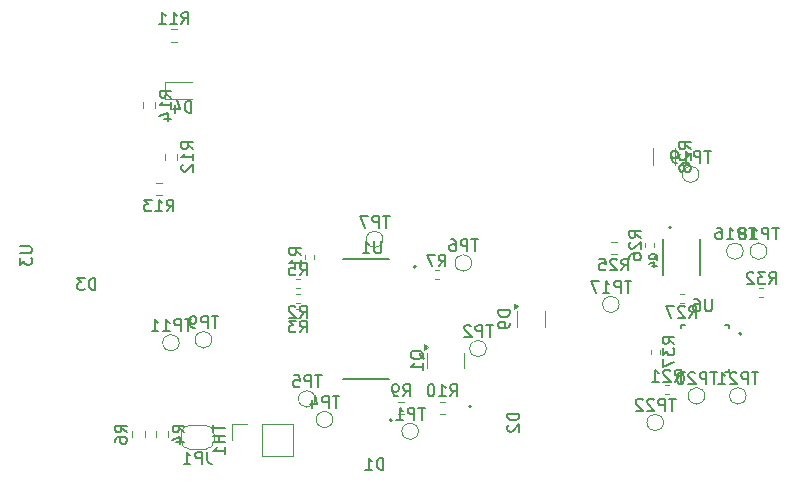
<source format=gbr>
%TF.GenerationSoftware,KiCad,Pcbnew,9.0.5*%
%TF.CreationDate,2025-10-24T12:46:41+03:00*%
%TF.ProjectId,40W SMPS,34305720-534d-4505-932e-6b696361645f,rev?*%
%TF.SameCoordinates,Original*%
%TF.FileFunction,Legend,Bot*%
%TF.FilePolarity,Positive*%
%FSLAX46Y46*%
G04 Gerber Fmt 4.6, Leading zero omitted, Abs format (unit mm)*
G04 Created by KiCad (PCBNEW 9.0.5) date 2025-10-24 12:46:41*
%MOMM*%
%LPD*%
G01*
G04 APERTURE LIST*
%ADD10C,0.150000*%
%ADD11C,0.120000*%
%ADD12C,0.127000*%
%ADD13C,0.200000*%
G04 APERTURE END LIST*
D10*
X173214579Y-72591095D02*
X174024102Y-72591095D01*
X174024102Y-72591095D02*
X174119340Y-72638714D01*
X174119340Y-72638714D02*
X174166960Y-72686333D01*
X174166960Y-72686333D02*
X174214579Y-72781571D01*
X174214579Y-72781571D02*
X174214579Y-72972047D01*
X174214579Y-72972047D02*
X174166960Y-73067285D01*
X174166960Y-73067285D02*
X174119340Y-73114904D01*
X174119340Y-73114904D02*
X174024102Y-73162523D01*
X174024102Y-73162523D02*
X173214579Y-73162523D01*
X173214579Y-73543476D02*
X173214579Y-74162523D01*
X173214579Y-74162523D02*
X173595531Y-73829190D01*
X173595531Y-73829190D02*
X173595531Y-73972047D01*
X173595531Y-73972047D02*
X173643150Y-74067285D01*
X173643150Y-74067285D02*
X173690769Y-74114904D01*
X173690769Y-74114904D02*
X173786007Y-74162523D01*
X173786007Y-74162523D02*
X174024102Y-74162523D01*
X174024102Y-74162523D02*
X174119340Y-74114904D01*
X174119340Y-74114904D02*
X174166960Y-74067285D01*
X174166960Y-74067285D02*
X174214579Y-73972047D01*
X174214579Y-73972047D02*
X174214579Y-73686333D01*
X174214579Y-73686333D02*
X174166960Y-73591095D01*
X174166960Y-73591095D02*
X174119340Y-73543476D01*
X179598094Y-76269819D02*
X179598094Y-75269819D01*
X179598094Y-75269819D02*
X179359999Y-75269819D01*
X179359999Y-75269819D02*
X179217142Y-75317438D01*
X179217142Y-75317438D02*
X179121904Y-75412676D01*
X179121904Y-75412676D02*
X179074285Y-75507914D01*
X179074285Y-75507914D02*
X179026666Y-75698390D01*
X179026666Y-75698390D02*
X179026666Y-75841247D01*
X179026666Y-75841247D02*
X179074285Y-76031723D01*
X179074285Y-76031723D02*
X179121904Y-76126961D01*
X179121904Y-76126961D02*
X179217142Y-76222200D01*
X179217142Y-76222200D02*
X179359999Y-76269819D01*
X179359999Y-76269819D02*
X179598094Y-76269819D01*
X178693332Y-75269819D02*
X178074285Y-75269819D01*
X178074285Y-75269819D02*
X178407618Y-75650771D01*
X178407618Y-75650771D02*
X178264761Y-75650771D01*
X178264761Y-75650771D02*
X178169523Y-75698390D01*
X178169523Y-75698390D02*
X178121904Y-75746009D01*
X178121904Y-75746009D02*
X178074285Y-75841247D01*
X178074285Y-75841247D02*
X178074285Y-76079342D01*
X178074285Y-76079342D02*
X178121904Y-76174580D01*
X178121904Y-76174580D02*
X178169523Y-76222200D01*
X178169523Y-76222200D02*
X178264761Y-76269819D01*
X178264761Y-76269819D02*
X178550475Y-76269819D01*
X178550475Y-76269819D02*
X178645713Y-76222200D01*
X178645713Y-76222200D02*
X178693332Y-76174580D01*
X189083333Y-90004819D02*
X189083333Y-90719104D01*
X189083333Y-90719104D02*
X189130952Y-90861961D01*
X189130952Y-90861961D02*
X189226190Y-90957200D01*
X189226190Y-90957200D02*
X189369047Y-91004819D01*
X189369047Y-91004819D02*
X189464285Y-91004819D01*
X188607142Y-91004819D02*
X188607142Y-90004819D01*
X188607142Y-90004819D02*
X188226190Y-90004819D01*
X188226190Y-90004819D02*
X188130952Y-90052438D01*
X188130952Y-90052438D02*
X188083333Y-90100057D01*
X188083333Y-90100057D02*
X188035714Y-90195295D01*
X188035714Y-90195295D02*
X188035714Y-90338152D01*
X188035714Y-90338152D02*
X188083333Y-90433390D01*
X188083333Y-90433390D02*
X188130952Y-90481009D01*
X188130952Y-90481009D02*
X188226190Y-90528628D01*
X188226190Y-90528628D02*
X188607142Y-90528628D01*
X187083333Y-91004819D02*
X187654761Y-91004819D01*
X187369047Y-91004819D02*
X187369047Y-90004819D01*
X187369047Y-90004819D02*
X187464285Y-90147676D01*
X187464285Y-90147676D02*
X187559523Y-90242914D01*
X187559523Y-90242914D02*
X187654761Y-90290533D01*
X237488094Y-71006819D02*
X236916666Y-71006819D01*
X237202380Y-72006819D02*
X237202380Y-71006819D01*
X236583332Y-72006819D02*
X236583332Y-71006819D01*
X236583332Y-71006819D02*
X236202380Y-71006819D01*
X236202380Y-71006819D02*
X236107142Y-71054438D01*
X236107142Y-71054438D02*
X236059523Y-71102057D01*
X236059523Y-71102057D02*
X236011904Y-71197295D01*
X236011904Y-71197295D02*
X236011904Y-71340152D01*
X236011904Y-71340152D02*
X236059523Y-71435390D01*
X236059523Y-71435390D02*
X236107142Y-71483009D01*
X236107142Y-71483009D02*
X236202380Y-71530628D01*
X236202380Y-71530628D02*
X236583332Y-71530628D01*
X235059523Y-72006819D02*
X235630951Y-72006819D01*
X235345237Y-72006819D02*
X235345237Y-71006819D01*
X235345237Y-71006819D02*
X235440475Y-71149676D01*
X235440475Y-71149676D02*
X235535713Y-71244914D01*
X235535713Y-71244914D02*
X235630951Y-71292533D01*
X234488094Y-71435390D02*
X234583332Y-71387771D01*
X234583332Y-71387771D02*
X234630951Y-71340152D01*
X234630951Y-71340152D02*
X234678570Y-71244914D01*
X234678570Y-71244914D02*
X234678570Y-71197295D01*
X234678570Y-71197295D02*
X234630951Y-71102057D01*
X234630951Y-71102057D02*
X234583332Y-71054438D01*
X234583332Y-71054438D02*
X234488094Y-71006819D01*
X234488094Y-71006819D02*
X234297618Y-71006819D01*
X234297618Y-71006819D02*
X234202380Y-71054438D01*
X234202380Y-71054438D02*
X234154761Y-71102057D01*
X234154761Y-71102057D02*
X234107142Y-71197295D01*
X234107142Y-71197295D02*
X234107142Y-71244914D01*
X234107142Y-71244914D02*
X234154761Y-71340152D01*
X234154761Y-71340152D02*
X234202380Y-71387771D01*
X234202380Y-71387771D02*
X234297618Y-71435390D01*
X234297618Y-71435390D02*
X234488094Y-71435390D01*
X234488094Y-71435390D02*
X234583332Y-71483009D01*
X234583332Y-71483009D02*
X234630951Y-71530628D01*
X234630951Y-71530628D02*
X234678570Y-71625866D01*
X234678570Y-71625866D02*
X234678570Y-71816342D01*
X234678570Y-71816342D02*
X234630951Y-71911580D01*
X234630951Y-71911580D02*
X234583332Y-71959200D01*
X234583332Y-71959200D02*
X234488094Y-72006819D01*
X234488094Y-72006819D02*
X234297618Y-72006819D01*
X234297618Y-72006819D02*
X234202380Y-71959200D01*
X234202380Y-71959200D02*
X234154761Y-71911580D01*
X234154761Y-71911580D02*
X234107142Y-71816342D01*
X234107142Y-71816342D02*
X234107142Y-71625866D01*
X234107142Y-71625866D02*
X234154761Y-71530628D01*
X234154761Y-71530628D02*
X234202380Y-71483009D01*
X234202380Y-71483009D02*
X234297618Y-71435390D01*
X232238094Y-83256819D02*
X231666666Y-83256819D01*
X231952380Y-84256819D02*
X231952380Y-83256819D01*
X231333332Y-84256819D02*
X231333332Y-83256819D01*
X231333332Y-83256819D02*
X230952380Y-83256819D01*
X230952380Y-83256819D02*
X230857142Y-83304438D01*
X230857142Y-83304438D02*
X230809523Y-83352057D01*
X230809523Y-83352057D02*
X230761904Y-83447295D01*
X230761904Y-83447295D02*
X230761904Y-83590152D01*
X230761904Y-83590152D02*
X230809523Y-83685390D01*
X230809523Y-83685390D02*
X230857142Y-83733009D01*
X230857142Y-83733009D02*
X230952380Y-83780628D01*
X230952380Y-83780628D02*
X231333332Y-83780628D01*
X230380951Y-83352057D02*
X230333332Y-83304438D01*
X230333332Y-83304438D02*
X230238094Y-83256819D01*
X230238094Y-83256819D02*
X229999999Y-83256819D01*
X229999999Y-83256819D02*
X229904761Y-83304438D01*
X229904761Y-83304438D02*
X229857142Y-83352057D01*
X229857142Y-83352057D02*
X229809523Y-83447295D01*
X229809523Y-83447295D02*
X229809523Y-83542533D01*
X229809523Y-83542533D02*
X229857142Y-83685390D01*
X229857142Y-83685390D02*
X230428570Y-84256819D01*
X230428570Y-84256819D02*
X229809523Y-84256819D01*
X229190475Y-83256819D02*
X229095237Y-83256819D01*
X229095237Y-83256819D02*
X228999999Y-83304438D01*
X228999999Y-83304438D02*
X228952380Y-83352057D01*
X228952380Y-83352057D02*
X228904761Y-83447295D01*
X228904761Y-83447295D02*
X228857142Y-83637771D01*
X228857142Y-83637771D02*
X228857142Y-83875866D01*
X228857142Y-83875866D02*
X228904761Y-84066342D01*
X228904761Y-84066342D02*
X228952380Y-84161580D01*
X228952380Y-84161580D02*
X228999999Y-84209200D01*
X228999999Y-84209200D02*
X229095237Y-84256819D01*
X229095237Y-84256819D02*
X229190475Y-84256819D01*
X229190475Y-84256819D02*
X229285713Y-84209200D01*
X229285713Y-84209200D02*
X229333332Y-84161580D01*
X229333332Y-84161580D02*
X229380951Y-84066342D01*
X229380951Y-84066342D02*
X229428570Y-83875866D01*
X229428570Y-83875866D02*
X229428570Y-83637771D01*
X229428570Y-83637771D02*
X229380951Y-83447295D01*
X229380951Y-83447295D02*
X229333332Y-83352057D01*
X229333332Y-83352057D02*
X229285713Y-83304438D01*
X229285713Y-83304438D02*
X229190475Y-83256819D01*
X186892857Y-53774819D02*
X187226190Y-53298628D01*
X187464285Y-53774819D02*
X187464285Y-52774819D01*
X187464285Y-52774819D02*
X187083333Y-52774819D01*
X187083333Y-52774819D02*
X186988095Y-52822438D01*
X186988095Y-52822438D02*
X186940476Y-52870057D01*
X186940476Y-52870057D02*
X186892857Y-52965295D01*
X186892857Y-52965295D02*
X186892857Y-53108152D01*
X186892857Y-53108152D02*
X186940476Y-53203390D01*
X186940476Y-53203390D02*
X186988095Y-53251009D01*
X186988095Y-53251009D02*
X187083333Y-53298628D01*
X187083333Y-53298628D02*
X187464285Y-53298628D01*
X185940476Y-53774819D02*
X186511904Y-53774819D01*
X186226190Y-53774819D02*
X186226190Y-52774819D01*
X186226190Y-52774819D02*
X186321428Y-52917676D01*
X186321428Y-52917676D02*
X186416666Y-53012914D01*
X186416666Y-53012914D02*
X186511904Y-53060533D01*
X184988095Y-53774819D02*
X185559523Y-53774819D01*
X185273809Y-53774819D02*
X185273809Y-52774819D01*
X185273809Y-52774819D02*
X185369047Y-52917676D01*
X185369047Y-52917676D02*
X185464285Y-53012914D01*
X185464285Y-53012914D02*
X185559523Y-53060533D01*
X228738094Y-85506819D02*
X228166666Y-85506819D01*
X228452380Y-86506819D02*
X228452380Y-85506819D01*
X227833332Y-86506819D02*
X227833332Y-85506819D01*
X227833332Y-85506819D02*
X227452380Y-85506819D01*
X227452380Y-85506819D02*
X227357142Y-85554438D01*
X227357142Y-85554438D02*
X227309523Y-85602057D01*
X227309523Y-85602057D02*
X227261904Y-85697295D01*
X227261904Y-85697295D02*
X227261904Y-85840152D01*
X227261904Y-85840152D02*
X227309523Y-85935390D01*
X227309523Y-85935390D02*
X227357142Y-85983009D01*
X227357142Y-85983009D02*
X227452380Y-86030628D01*
X227452380Y-86030628D02*
X227833332Y-86030628D01*
X226880951Y-85602057D02*
X226833332Y-85554438D01*
X226833332Y-85554438D02*
X226738094Y-85506819D01*
X226738094Y-85506819D02*
X226499999Y-85506819D01*
X226499999Y-85506819D02*
X226404761Y-85554438D01*
X226404761Y-85554438D02*
X226357142Y-85602057D01*
X226357142Y-85602057D02*
X226309523Y-85697295D01*
X226309523Y-85697295D02*
X226309523Y-85792533D01*
X226309523Y-85792533D02*
X226357142Y-85935390D01*
X226357142Y-85935390D02*
X226928570Y-86506819D01*
X226928570Y-86506819D02*
X226309523Y-86506819D01*
X225928570Y-85602057D02*
X225880951Y-85554438D01*
X225880951Y-85554438D02*
X225785713Y-85506819D01*
X225785713Y-85506819D02*
X225547618Y-85506819D01*
X225547618Y-85506819D02*
X225452380Y-85554438D01*
X225452380Y-85554438D02*
X225404761Y-85602057D01*
X225404761Y-85602057D02*
X225357142Y-85697295D01*
X225357142Y-85697295D02*
X225357142Y-85792533D01*
X225357142Y-85792533D02*
X225404761Y-85935390D01*
X225404761Y-85935390D02*
X225976189Y-86506819D01*
X225976189Y-86506819D02*
X225357142Y-86506819D01*
X225784819Y-71857142D02*
X225308628Y-71523809D01*
X225784819Y-71285714D02*
X224784819Y-71285714D01*
X224784819Y-71285714D02*
X224784819Y-71666666D01*
X224784819Y-71666666D02*
X224832438Y-71761904D01*
X224832438Y-71761904D02*
X224880057Y-71809523D01*
X224880057Y-71809523D02*
X224975295Y-71857142D01*
X224975295Y-71857142D02*
X225118152Y-71857142D01*
X225118152Y-71857142D02*
X225213390Y-71809523D01*
X225213390Y-71809523D02*
X225261009Y-71761904D01*
X225261009Y-71761904D02*
X225308628Y-71666666D01*
X225308628Y-71666666D02*
X225308628Y-71285714D01*
X224880057Y-72238095D02*
X224832438Y-72285714D01*
X224832438Y-72285714D02*
X224784819Y-72380952D01*
X224784819Y-72380952D02*
X224784819Y-72619047D01*
X224784819Y-72619047D02*
X224832438Y-72714285D01*
X224832438Y-72714285D02*
X224880057Y-72761904D01*
X224880057Y-72761904D02*
X224975295Y-72809523D01*
X224975295Y-72809523D02*
X225070533Y-72809523D01*
X225070533Y-72809523D02*
X225213390Y-72761904D01*
X225213390Y-72761904D02*
X225784819Y-72190476D01*
X225784819Y-72190476D02*
X225784819Y-72809523D01*
X224784819Y-73666666D02*
X224784819Y-73476190D01*
X224784819Y-73476190D02*
X224832438Y-73380952D01*
X224832438Y-73380952D02*
X224880057Y-73333333D01*
X224880057Y-73333333D02*
X225022914Y-73238095D01*
X225022914Y-73238095D02*
X225213390Y-73190476D01*
X225213390Y-73190476D02*
X225594342Y-73190476D01*
X225594342Y-73190476D02*
X225689580Y-73238095D01*
X225689580Y-73238095D02*
X225737200Y-73285714D01*
X225737200Y-73285714D02*
X225784819Y-73380952D01*
X225784819Y-73380952D02*
X225784819Y-73571428D01*
X225784819Y-73571428D02*
X225737200Y-73666666D01*
X225737200Y-73666666D02*
X225689580Y-73714285D01*
X225689580Y-73714285D02*
X225594342Y-73761904D01*
X225594342Y-73761904D02*
X225356247Y-73761904D01*
X225356247Y-73761904D02*
X225261009Y-73714285D01*
X225261009Y-73714285D02*
X225213390Y-73666666D01*
X225213390Y-73666666D02*
X225165771Y-73571428D01*
X225165771Y-73571428D02*
X225165771Y-73380952D01*
X225165771Y-73380952D02*
X225213390Y-73285714D01*
X225213390Y-73285714D02*
X225261009Y-73238095D01*
X225261009Y-73238095D02*
X225356247Y-73190476D01*
X187134819Y-88333333D02*
X186658628Y-88000000D01*
X187134819Y-87761905D02*
X186134819Y-87761905D01*
X186134819Y-87761905D02*
X186134819Y-88142857D01*
X186134819Y-88142857D02*
X186182438Y-88238095D01*
X186182438Y-88238095D02*
X186230057Y-88285714D01*
X186230057Y-88285714D02*
X186325295Y-88333333D01*
X186325295Y-88333333D02*
X186468152Y-88333333D01*
X186468152Y-88333333D02*
X186563390Y-88285714D01*
X186563390Y-88285714D02*
X186611009Y-88238095D01*
X186611009Y-88238095D02*
X186658628Y-88142857D01*
X186658628Y-88142857D02*
X186658628Y-87761905D01*
X186468152Y-89190476D02*
X187134819Y-89190476D01*
X186087200Y-88952381D02*
X186801485Y-88714286D01*
X186801485Y-88714286D02*
X186801485Y-89333333D01*
X227192828Y-73721047D02*
X227162352Y-73660095D01*
X227162352Y-73660095D02*
X227101400Y-73599142D01*
X227101400Y-73599142D02*
X227009971Y-73507714D01*
X227009971Y-73507714D02*
X226979495Y-73446761D01*
X226979495Y-73446761D02*
X226979495Y-73385809D01*
X227131876Y-73416285D02*
X227101400Y-73355333D01*
X227101400Y-73355333D02*
X227040447Y-73294380D01*
X227040447Y-73294380D02*
X226918542Y-73263904D01*
X226918542Y-73263904D02*
X226705209Y-73263904D01*
X226705209Y-73263904D02*
X226583304Y-73294380D01*
X226583304Y-73294380D02*
X226522352Y-73355333D01*
X226522352Y-73355333D02*
X226491876Y-73416285D01*
X226491876Y-73416285D02*
X226491876Y-73538190D01*
X226491876Y-73538190D02*
X226522352Y-73599142D01*
X226522352Y-73599142D02*
X226583304Y-73660095D01*
X226583304Y-73660095D02*
X226705209Y-73690571D01*
X226705209Y-73690571D02*
X226918542Y-73690571D01*
X226918542Y-73690571D02*
X227040447Y-73660095D01*
X227040447Y-73660095D02*
X227101400Y-73599142D01*
X227101400Y-73599142D02*
X227131876Y-73538190D01*
X227131876Y-73538190D02*
X227131876Y-73416285D01*
X226705209Y-74239142D02*
X227131876Y-74239142D01*
X226461400Y-74086761D02*
X226918542Y-73934380D01*
X226918542Y-73934380D02*
X226918542Y-74330571D01*
X185642857Y-69634819D02*
X185976190Y-69158628D01*
X186214285Y-69634819D02*
X186214285Y-68634819D01*
X186214285Y-68634819D02*
X185833333Y-68634819D01*
X185833333Y-68634819D02*
X185738095Y-68682438D01*
X185738095Y-68682438D02*
X185690476Y-68730057D01*
X185690476Y-68730057D02*
X185642857Y-68825295D01*
X185642857Y-68825295D02*
X185642857Y-68968152D01*
X185642857Y-68968152D02*
X185690476Y-69063390D01*
X185690476Y-69063390D02*
X185738095Y-69111009D01*
X185738095Y-69111009D02*
X185833333Y-69158628D01*
X185833333Y-69158628D02*
X186214285Y-69158628D01*
X184690476Y-69634819D02*
X185261904Y-69634819D01*
X184976190Y-69634819D02*
X184976190Y-68634819D01*
X184976190Y-68634819D02*
X185071428Y-68777676D01*
X185071428Y-68777676D02*
X185166666Y-68872914D01*
X185166666Y-68872914D02*
X185261904Y-68920533D01*
X184357142Y-68634819D02*
X183738095Y-68634819D01*
X183738095Y-68634819D02*
X184071428Y-69015771D01*
X184071428Y-69015771D02*
X183928571Y-69015771D01*
X183928571Y-69015771D02*
X183833333Y-69063390D01*
X183833333Y-69063390D02*
X183785714Y-69111009D01*
X183785714Y-69111009D02*
X183738095Y-69206247D01*
X183738095Y-69206247D02*
X183738095Y-69444342D01*
X183738095Y-69444342D02*
X183785714Y-69539580D01*
X183785714Y-69539580D02*
X183833333Y-69587200D01*
X183833333Y-69587200D02*
X183928571Y-69634819D01*
X183928571Y-69634819D02*
X184214285Y-69634819D01*
X184214285Y-69634819D02*
X184309523Y-69587200D01*
X184309523Y-69587200D02*
X184357142Y-69539580D01*
X230024819Y-64357142D02*
X229548628Y-64023809D01*
X230024819Y-63785714D02*
X229024819Y-63785714D01*
X229024819Y-63785714D02*
X229024819Y-64166666D01*
X229024819Y-64166666D02*
X229072438Y-64261904D01*
X229072438Y-64261904D02*
X229120057Y-64309523D01*
X229120057Y-64309523D02*
X229215295Y-64357142D01*
X229215295Y-64357142D02*
X229358152Y-64357142D01*
X229358152Y-64357142D02*
X229453390Y-64309523D01*
X229453390Y-64309523D02*
X229501009Y-64261904D01*
X229501009Y-64261904D02*
X229548628Y-64166666D01*
X229548628Y-64166666D02*
X229548628Y-63785714D01*
X229120057Y-64738095D02*
X229072438Y-64785714D01*
X229072438Y-64785714D02*
X229024819Y-64880952D01*
X229024819Y-64880952D02*
X229024819Y-65119047D01*
X229024819Y-65119047D02*
X229072438Y-65214285D01*
X229072438Y-65214285D02*
X229120057Y-65261904D01*
X229120057Y-65261904D02*
X229215295Y-65309523D01*
X229215295Y-65309523D02*
X229310533Y-65309523D01*
X229310533Y-65309523D02*
X229453390Y-65261904D01*
X229453390Y-65261904D02*
X230024819Y-64690476D01*
X230024819Y-64690476D02*
X230024819Y-65309523D01*
X229453390Y-65880952D02*
X229405771Y-65785714D01*
X229405771Y-65785714D02*
X229358152Y-65738095D01*
X229358152Y-65738095D02*
X229262914Y-65690476D01*
X229262914Y-65690476D02*
X229215295Y-65690476D01*
X229215295Y-65690476D02*
X229120057Y-65738095D01*
X229120057Y-65738095D02*
X229072438Y-65785714D01*
X229072438Y-65785714D02*
X229024819Y-65880952D01*
X229024819Y-65880952D02*
X229024819Y-66071428D01*
X229024819Y-66071428D02*
X229072438Y-66166666D01*
X229072438Y-66166666D02*
X229120057Y-66214285D01*
X229120057Y-66214285D02*
X229215295Y-66261904D01*
X229215295Y-66261904D02*
X229262914Y-66261904D01*
X229262914Y-66261904D02*
X229358152Y-66214285D01*
X229358152Y-66214285D02*
X229405771Y-66166666D01*
X229405771Y-66166666D02*
X229453390Y-66071428D01*
X229453390Y-66071428D02*
X229453390Y-65880952D01*
X229453390Y-65880952D02*
X229501009Y-65785714D01*
X229501009Y-65785714D02*
X229548628Y-65738095D01*
X229548628Y-65738095D02*
X229643866Y-65690476D01*
X229643866Y-65690476D02*
X229834342Y-65690476D01*
X229834342Y-65690476D02*
X229929580Y-65738095D01*
X229929580Y-65738095D02*
X229977200Y-65785714D01*
X229977200Y-65785714D02*
X230024819Y-65880952D01*
X230024819Y-65880952D02*
X230024819Y-66071428D01*
X230024819Y-66071428D02*
X229977200Y-66166666D01*
X229977200Y-66166666D02*
X229929580Y-66214285D01*
X229929580Y-66214285D02*
X229834342Y-66261904D01*
X229834342Y-66261904D02*
X229643866Y-66261904D01*
X229643866Y-66261904D02*
X229548628Y-66214285D01*
X229548628Y-66214285D02*
X229501009Y-66166666D01*
X229501009Y-66166666D02*
X229453390Y-66071428D01*
X215494819Y-86761905D02*
X214494819Y-86761905D01*
X214494819Y-86761905D02*
X214494819Y-87000000D01*
X214494819Y-87000000D02*
X214542438Y-87142857D01*
X214542438Y-87142857D02*
X214637676Y-87238095D01*
X214637676Y-87238095D02*
X214732914Y-87285714D01*
X214732914Y-87285714D02*
X214923390Y-87333333D01*
X214923390Y-87333333D02*
X215066247Y-87333333D01*
X215066247Y-87333333D02*
X215256723Y-87285714D01*
X215256723Y-87285714D02*
X215351961Y-87238095D01*
X215351961Y-87238095D02*
X215447200Y-87142857D01*
X215447200Y-87142857D02*
X215494819Y-87000000D01*
X215494819Y-87000000D02*
X215494819Y-86761905D01*
X214590057Y-87714286D02*
X214542438Y-87761905D01*
X214542438Y-87761905D02*
X214494819Y-87857143D01*
X214494819Y-87857143D02*
X214494819Y-88095238D01*
X214494819Y-88095238D02*
X214542438Y-88190476D01*
X214542438Y-88190476D02*
X214590057Y-88238095D01*
X214590057Y-88238095D02*
X214685295Y-88285714D01*
X214685295Y-88285714D02*
X214780533Y-88285714D01*
X214780533Y-88285714D02*
X214923390Y-88238095D01*
X214923390Y-88238095D02*
X215494819Y-87666667D01*
X215494819Y-87666667D02*
X215494819Y-88285714D01*
X204511904Y-70006819D02*
X203940476Y-70006819D01*
X204226190Y-71006819D02*
X204226190Y-70006819D01*
X203607142Y-71006819D02*
X203607142Y-70006819D01*
X203607142Y-70006819D02*
X203226190Y-70006819D01*
X203226190Y-70006819D02*
X203130952Y-70054438D01*
X203130952Y-70054438D02*
X203083333Y-70102057D01*
X203083333Y-70102057D02*
X203035714Y-70197295D01*
X203035714Y-70197295D02*
X203035714Y-70340152D01*
X203035714Y-70340152D02*
X203083333Y-70435390D01*
X203083333Y-70435390D02*
X203130952Y-70483009D01*
X203130952Y-70483009D02*
X203226190Y-70530628D01*
X203226190Y-70530628D02*
X203607142Y-70530628D01*
X202702380Y-70006819D02*
X202035714Y-70006819D01*
X202035714Y-70006819D02*
X202464285Y-71006819D01*
X200261904Y-85256819D02*
X199690476Y-85256819D01*
X199976190Y-86256819D02*
X199976190Y-85256819D01*
X199357142Y-86256819D02*
X199357142Y-85256819D01*
X199357142Y-85256819D02*
X198976190Y-85256819D01*
X198976190Y-85256819D02*
X198880952Y-85304438D01*
X198880952Y-85304438D02*
X198833333Y-85352057D01*
X198833333Y-85352057D02*
X198785714Y-85447295D01*
X198785714Y-85447295D02*
X198785714Y-85590152D01*
X198785714Y-85590152D02*
X198833333Y-85685390D01*
X198833333Y-85685390D02*
X198880952Y-85733009D01*
X198880952Y-85733009D02*
X198976190Y-85780628D01*
X198976190Y-85780628D02*
X199357142Y-85780628D01*
X197928571Y-85590152D02*
X197928571Y-86256819D01*
X198166666Y-85209200D02*
X198404761Y-85923485D01*
X198404761Y-85923485D02*
X197785714Y-85923485D01*
X190011904Y-78506819D02*
X189440476Y-78506819D01*
X189726190Y-79506819D02*
X189726190Y-78506819D01*
X189107142Y-79506819D02*
X189107142Y-78506819D01*
X189107142Y-78506819D02*
X188726190Y-78506819D01*
X188726190Y-78506819D02*
X188630952Y-78554438D01*
X188630952Y-78554438D02*
X188583333Y-78602057D01*
X188583333Y-78602057D02*
X188535714Y-78697295D01*
X188535714Y-78697295D02*
X188535714Y-78840152D01*
X188535714Y-78840152D02*
X188583333Y-78935390D01*
X188583333Y-78935390D02*
X188630952Y-78983009D01*
X188630952Y-78983009D02*
X188726190Y-79030628D01*
X188726190Y-79030628D02*
X189107142Y-79030628D01*
X188059523Y-79506819D02*
X187869047Y-79506819D01*
X187869047Y-79506819D02*
X187773809Y-79459200D01*
X187773809Y-79459200D02*
X187726190Y-79411580D01*
X187726190Y-79411580D02*
X187630952Y-79268723D01*
X187630952Y-79268723D02*
X187583333Y-79078247D01*
X187583333Y-79078247D02*
X187583333Y-78697295D01*
X187583333Y-78697295D02*
X187630952Y-78602057D01*
X187630952Y-78602057D02*
X187678571Y-78554438D01*
X187678571Y-78554438D02*
X187773809Y-78506819D01*
X187773809Y-78506819D02*
X187964285Y-78506819D01*
X187964285Y-78506819D02*
X188059523Y-78554438D01*
X188059523Y-78554438D02*
X188107142Y-78602057D01*
X188107142Y-78602057D02*
X188154761Y-78697295D01*
X188154761Y-78697295D02*
X188154761Y-78935390D01*
X188154761Y-78935390D02*
X188107142Y-79030628D01*
X188107142Y-79030628D02*
X188059523Y-79078247D01*
X188059523Y-79078247D02*
X187964285Y-79125866D01*
X187964285Y-79125866D02*
X187773809Y-79125866D01*
X187773809Y-79125866D02*
X187678571Y-79078247D01*
X187678571Y-79078247D02*
X187630952Y-79030628D01*
X187630952Y-79030628D02*
X187583333Y-78935390D01*
X231802904Y-77069819D02*
X231802904Y-77879342D01*
X231802904Y-77879342D02*
X231755285Y-77974580D01*
X231755285Y-77974580D02*
X231707666Y-78022200D01*
X231707666Y-78022200D02*
X231612428Y-78069819D01*
X231612428Y-78069819D02*
X231421952Y-78069819D01*
X231421952Y-78069819D02*
X231326714Y-78022200D01*
X231326714Y-78022200D02*
X231279095Y-77974580D01*
X231279095Y-77974580D02*
X231231476Y-77879342D01*
X231231476Y-77879342D02*
X231231476Y-77069819D01*
X230326714Y-77069819D02*
X230517190Y-77069819D01*
X230517190Y-77069819D02*
X230612428Y-77117438D01*
X230612428Y-77117438D02*
X230660047Y-77165057D01*
X230660047Y-77165057D02*
X230755285Y-77307914D01*
X230755285Y-77307914D02*
X230802904Y-77498390D01*
X230802904Y-77498390D02*
X230802904Y-77879342D01*
X230802904Y-77879342D02*
X230755285Y-77974580D01*
X230755285Y-77974580D02*
X230707666Y-78022200D01*
X230707666Y-78022200D02*
X230612428Y-78069819D01*
X230612428Y-78069819D02*
X230421952Y-78069819D01*
X230421952Y-78069819D02*
X230326714Y-78022200D01*
X230326714Y-78022200D02*
X230279095Y-77974580D01*
X230279095Y-77974580D02*
X230231476Y-77879342D01*
X230231476Y-77879342D02*
X230231476Y-77641247D01*
X230231476Y-77641247D02*
X230279095Y-77546009D01*
X230279095Y-77546009D02*
X230326714Y-77498390D01*
X230326714Y-77498390D02*
X230421952Y-77450771D01*
X230421952Y-77450771D02*
X230612428Y-77450771D01*
X230612428Y-77450771D02*
X230707666Y-77498390D01*
X230707666Y-77498390D02*
X230755285Y-77546009D01*
X230755285Y-77546009D02*
X230802904Y-77641247D01*
X228624819Y-80857142D02*
X228148628Y-80523809D01*
X228624819Y-80285714D02*
X227624819Y-80285714D01*
X227624819Y-80285714D02*
X227624819Y-80666666D01*
X227624819Y-80666666D02*
X227672438Y-80761904D01*
X227672438Y-80761904D02*
X227720057Y-80809523D01*
X227720057Y-80809523D02*
X227815295Y-80857142D01*
X227815295Y-80857142D02*
X227958152Y-80857142D01*
X227958152Y-80857142D02*
X228053390Y-80809523D01*
X228053390Y-80809523D02*
X228101009Y-80761904D01*
X228101009Y-80761904D02*
X228148628Y-80666666D01*
X228148628Y-80666666D02*
X228148628Y-80285714D01*
X227624819Y-81190476D02*
X227624819Y-81809523D01*
X227624819Y-81809523D02*
X228005771Y-81476190D01*
X228005771Y-81476190D02*
X228005771Y-81619047D01*
X228005771Y-81619047D02*
X228053390Y-81714285D01*
X228053390Y-81714285D02*
X228101009Y-81761904D01*
X228101009Y-81761904D02*
X228196247Y-81809523D01*
X228196247Y-81809523D02*
X228434342Y-81809523D01*
X228434342Y-81809523D02*
X228529580Y-81761904D01*
X228529580Y-81761904D02*
X228577200Y-81714285D01*
X228577200Y-81714285D02*
X228624819Y-81619047D01*
X228624819Y-81619047D02*
X228624819Y-81333333D01*
X228624819Y-81333333D02*
X228577200Y-81238095D01*
X228577200Y-81238095D02*
X228529580Y-81190476D01*
X227624819Y-82142857D02*
X227624819Y-82809523D01*
X227624819Y-82809523D02*
X228624819Y-82380952D01*
X187884819Y-64357142D02*
X187408628Y-64023809D01*
X187884819Y-63785714D02*
X186884819Y-63785714D01*
X186884819Y-63785714D02*
X186884819Y-64166666D01*
X186884819Y-64166666D02*
X186932438Y-64261904D01*
X186932438Y-64261904D02*
X186980057Y-64309523D01*
X186980057Y-64309523D02*
X187075295Y-64357142D01*
X187075295Y-64357142D02*
X187218152Y-64357142D01*
X187218152Y-64357142D02*
X187313390Y-64309523D01*
X187313390Y-64309523D02*
X187361009Y-64261904D01*
X187361009Y-64261904D02*
X187408628Y-64166666D01*
X187408628Y-64166666D02*
X187408628Y-63785714D01*
X187884819Y-65309523D02*
X187884819Y-64738095D01*
X187884819Y-65023809D02*
X186884819Y-65023809D01*
X186884819Y-65023809D02*
X187027676Y-64928571D01*
X187027676Y-64928571D02*
X187122914Y-64833333D01*
X187122914Y-64833333D02*
X187170533Y-64738095D01*
X186980057Y-65690476D02*
X186932438Y-65738095D01*
X186932438Y-65738095D02*
X186884819Y-65833333D01*
X186884819Y-65833333D02*
X186884819Y-66071428D01*
X186884819Y-66071428D02*
X186932438Y-66166666D01*
X186932438Y-66166666D02*
X186980057Y-66214285D01*
X186980057Y-66214285D02*
X187075295Y-66261904D01*
X187075295Y-66261904D02*
X187170533Y-66261904D01*
X187170533Y-66261904D02*
X187313390Y-66214285D01*
X187313390Y-66214285D02*
X187884819Y-65642857D01*
X187884819Y-65642857D02*
X187884819Y-66261904D01*
X196916666Y-78624819D02*
X197249999Y-78148628D01*
X197488094Y-78624819D02*
X197488094Y-77624819D01*
X197488094Y-77624819D02*
X197107142Y-77624819D01*
X197107142Y-77624819D02*
X197011904Y-77672438D01*
X197011904Y-77672438D02*
X196964285Y-77720057D01*
X196964285Y-77720057D02*
X196916666Y-77815295D01*
X196916666Y-77815295D02*
X196916666Y-77958152D01*
X196916666Y-77958152D02*
X196964285Y-78053390D01*
X196964285Y-78053390D02*
X197011904Y-78101009D01*
X197011904Y-78101009D02*
X197107142Y-78148628D01*
X197107142Y-78148628D02*
X197488094Y-78148628D01*
X196535713Y-77720057D02*
X196488094Y-77672438D01*
X196488094Y-77672438D02*
X196392856Y-77624819D01*
X196392856Y-77624819D02*
X196154761Y-77624819D01*
X196154761Y-77624819D02*
X196059523Y-77672438D01*
X196059523Y-77672438D02*
X196011904Y-77720057D01*
X196011904Y-77720057D02*
X195964285Y-77815295D01*
X195964285Y-77815295D02*
X195964285Y-77910533D01*
X195964285Y-77910533D02*
X196011904Y-78053390D01*
X196011904Y-78053390D02*
X196583332Y-78624819D01*
X196583332Y-78624819D02*
X195964285Y-78624819D01*
X224988094Y-75506819D02*
X224416666Y-75506819D01*
X224702380Y-76506819D02*
X224702380Y-75506819D01*
X224083332Y-76506819D02*
X224083332Y-75506819D01*
X224083332Y-75506819D02*
X223702380Y-75506819D01*
X223702380Y-75506819D02*
X223607142Y-75554438D01*
X223607142Y-75554438D02*
X223559523Y-75602057D01*
X223559523Y-75602057D02*
X223511904Y-75697295D01*
X223511904Y-75697295D02*
X223511904Y-75840152D01*
X223511904Y-75840152D02*
X223559523Y-75935390D01*
X223559523Y-75935390D02*
X223607142Y-75983009D01*
X223607142Y-75983009D02*
X223702380Y-76030628D01*
X223702380Y-76030628D02*
X224083332Y-76030628D01*
X222559523Y-76506819D02*
X223130951Y-76506819D01*
X222845237Y-76506819D02*
X222845237Y-75506819D01*
X222845237Y-75506819D02*
X222940475Y-75649676D01*
X222940475Y-75649676D02*
X223035713Y-75744914D01*
X223035713Y-75744914D02*
X223130951Y-75792533D01*
X222226189Y-75506819D02*
X221559523Y-75506819D01*
X221559523Y-75506819D02*
X221988094Y-76506819D01*
X203796904Y-72169819D02*
X203796904Y-72979342D01*
X203796904Y-72979342D02*
X203749285Y-73074580D01*
X203749285Y-73074580D02*
X203701666Y-73122200D01*
X203701666Y-73122200D02*
X203606428Y-73169819D01*
X203606428Y-73169819D02*
X203415952Y-73169819D01*
X203415952Y-73169819D02*
X203320714Y-73122200D01*
X203320714Y-73122200D02*
X203273095Y-73074580D01*
X203273095Y-73074580D02*
X203225476Y-72979342D01*
X203225476Y-72979342D02*
X203225476Y-72169819D01*
X202225476Y-73169819D02*
X202796904Y-73169819D01*
X202511190Y-73169819D02*
X202511190Y-72169819D01*
X202511190Y-72169819D02*
X202606428Y-72312676D01*
X202606428Y-72312676D02*
X202701666Y-72407914D01*
X202701666Y-72407914D02*
X202796904Y-72455533D01*
X197034819Y-73333333D02*
X196558628Y-73000000D01*
X197034819Y-72761905D02*
X196034819Y-72761905D01*
X196034819Y-72761905D02*
X196034819Y-73142857D01*
X196034819Y-73142857D02*
X196082438Y-73238095D01*
X196082438Y-73238095D02*
X196130057Y-73285714D01*
X196130057Y-73285714D02*
X196225295Y-73333333D01*
X196225295Y-73333333D02*
X196368152Y-73333333D01*
X196368152Y-73333333D02*
X196463390Y-73285714D01*
X196463390Y-73285714D02*
X196511009Y-73238095D01*
X196511009Y-73238095D02*
X196558628Y-73142857D01*
X196558628Y-73142857D02*
X196558628Y-72761905D01*
X197034819Y-74285714D02*
X197034819Y-73714286D01*
X197034819Y-74000000D02*
X196034819Y-74000000D01*
X196034819Y-74000000D02*
X196177676Y-73904762D01*
X196177676Y-73904762D02*
X196272914Y-73809524D01*
X196272914Y-73809524D02*
X196320533Y-73714286D01*
X203988094Y-91494819D02*
X203988094Y-90494819D01*
X203988094Y-90494819D02*
X203749999Y-90494819D01*
X203749999Y-90494819D02*
X203607142Y-90542438D01*
X203607142Y-90542438D02*
X203511904Y-90637676D01*
X203511904Y-90637676D02*
X203464285Y-90732914D01*
X203464285Y-90732914D02*
X203416666Y-90923390D01*
X203416666Y-90923390D02*
X203416666Y-91066247D01*
X203416666Y-91066247D02*
X203464285Y-91256723D01*
X203464285Y-91256723D02*
X203511904Y-91351961D01*
X203511904Y-91351961D02*
X203607142Y-91447200D01*
X203607142Y-91447200D02*
X203749999Y-91494819D01*
X203749999Y-91494819D02*
X203988094Y-91494819D01*
X202464285Y-91494819D02*
X203035713Y-91494819D01*
X202749999Y-91494819D02*
X202749999Y-90494819D01*
X202749999Y-90494819D02*
X202845237Y-90637676D01*
X202845237Y-90637676D02*
X202940475Y-90732914D01*
X202940475Y-90732914D02*
X203035713Y-90780533D01*
X224142857Y-74634819D02*
X224476190Y-74158628D01*
X224714285Y-74634819D02*
X224714285Y-73634819D01*
X224714285Y-73634819D02*
X224333333Y-73634819D01*
X224333333Y-73634819D02*
X224238095Y-73682438D01*
X224238095Y-73682438D02*
X224190476Y-73730057D01*
X224190476Y-73730057D02*
X224142857Y-73825295D01*
X224142857Y-73825295D02*
X224142857Y-73968152D01*
X224142857Y-73968152D02*
X224190476Y-74063390D01*
X224190476Y-74063390D02*
X224238095Y-74111009D01*
X224238095Y-74111009D02*
X224333333Y-74158628D01*
X224333333Y-74158628D02*
X224714285Y-74158628D01*
X223761904Y-73730057D02*
X223714285Y-73682438D01*
X223714285Y-73682438D02*
X223619047Y-73634819D01*
X223619047Y-73634819D02*
X223380952Y-73634819D01*
X223380952Y-73634819D02*
X223285714Y-73682438D01*
X223285714Y-73682438D02*
X223238095Y-73730057D01*
X223238095Y-73730057D02*
X223190476Y-73825295D01*
X223190476Y-73825295D02*
X223190476Y-73920533D01*
X223190476Y-73920533D02*
X223238095Y-74063390D01*
X223238095Y-74063390D02*
X223809523Y-74634819D01*
X223809523Y-74634819D02*
X223190476Y-74634819D01*
X222285714Y-73634819D02*
X222761904Y-73634819D01*
X222761904Y-73634819D02*
X222809523Y-74111009D01*
X222809523Y-74111009D02*
X222761904Y-74063390D01*
X222761904Y-74063390D02*
X222666666Y-74015771D01*
X222666666Y-74015771D02*
X222428571Y-74015771D01*
X222428571Y-74015771D02*
X222333333Y-74063390D01*
X222333333Y-74063390D02*
X222285714Y-74111009D01*
X222285714Y-74111009D02*
X222238095Y-74206247D01*
X222238095Y-74206247D02*
X222238095Y-74444342D01*
X222238095Y-74444342D02*
X222285714Y-74539580D01*
X222285714Y-74539580D02*
X222333333Y-74587200D01*
X222333333Y-74587200D02*
X222428571Y-74634819D01*
X222428571Y-74634819D02*
X222666666Y-74634819D01*
X222666666Y-74634819D02*
X222761904Y-74587200D01*
X222761904Y-74587200D02*
X222809523Y-74539580D01*
X196916666Y-79874819D02*
X197249999Y-79398628D01*
X197488094Y-79874819D02*
X197488094Y-78874819D01*
X197488094Y-78874819D02*
X197107142Y-78874819D01*
X197107142Y-78874819D02*
X197011904Y-78922438D01*
X197011904Y-78922438D02*
X196964285Y-78970057D01*
X196964285Y-78970057D02*
X196916666Y-79065295D01*
X196916666Y-79065295D02*
X196916666Y-79208152D01*
X196916666Y-79208152D02*
X196964285Y-79303390D01*
X196964285Y-79303390D02*
X197011904Y-79351009D01*
X197011904Y-79351009D02*
X197107142Y-79398628D01*
X197107142Y-79398628D02*
X197488094Y-79398628D01*
X196583332Y-78874819D02*
X195964285Y-78874819D01*
X195964285Y-78874819D02*
X196297618Y-79255771D01*
X196297618Y-79255771D02*
X196154761Y-79255771D01*
X196154761Y-79255771D02*
X196059523Y-79303390D01*
X196059523Y-79303390D02*
X196011904Y-79351009D01*
X196011904Y-79351009D02*
X195964285Y-79446247D01*
X195964285Y-79446247D02*
X195964285Y-79684342D01*
X195964285Y-79684342D02*
X196011904Y-79779580D01*
X196011904Y-79779580D02*
X196059523Y-79827200D01*
X196059523Y-79827200D02*
X196154761Y-79874819D01*
X196154761Y-79874819D02*
X196440475Y-79874819D01*
X196440475Y-79874819D02*
X196535713Y-79827200D01*
X196535713Y-79827200D02*
X196583332Y-79779580D01*
X187738094Y-61265819D02*
X187738094Y-60265819D01*
X187738094Y-60265819D02*
X187499999Y-60265819D01*
X187499999Y-60265819D02*
X187357142Y-60313438D01*
X187357142Y-60313438D02*
X187261904Y-60408676D01*
X187261904Y-60408676D02*
X187214285Y-60503914D01*
X187214285Y-60503914D02*
X187166666Y-60694390D01*
X187166666Y-60694390D02*
X187166666Y-60837247D01*
X187166666Y-60837247D02*
X187214285Y-61027723D01*
X187214285Y-61027723D02*
X187261904Y-61122961D01*
X187261904Y-61122961D02*
X187357142Y-61218200D01*
X187357142Y-61218200D02*
X187499999Y-61265819D01*
X187499999Y-61265819D02*
X187738094Y-61265819D01*
X186309523Y-60599152D02*
X186309523Y-61265819D01*
X186547618Y-60218200D02*
X186785713Y-60932485D01*
X186785713Y-60932485D02*
X186166666Y-60932485D01*
X235738094Y-83256819D02*
X235166666Y-83256819D01*
X235452380Y-84256819D02*
X235452380Y-83256819D01*
X234833332Y-84256819D02*
X234833332Y-83256819D01*
X234833332Y-83256819D02*
X234452380Y-83256819D01*
X234452380Y-83256819D02*
X234357142Y-83304438D01*
X234357142Y-83304438D02*
X234309523Y-83352057D01*
X234309523Y-83352057D02*
X234261904Y-83447295D01*
X234261904Y-83447295D02*
X234261904Y-83590152D01*
X234261904Y-83590152D02*
X234309523Y-83685390D01*
X234309523Y-83685390D02*
X234357142Y-83733009D01*
X234357142Y-83733009D02*
X234452380Y-83780628D01*
X234452380Y-83780628D02*
X234833332Y-83780628D01*
X233880951Y-83352057D02*
X233833332Y-83304438D01*
X233833332Y-83304438D02*
X233738094Y-83256819D01*
X233738094Y-83256819D02*
X233499999Y-83256819D01*
X233499999Y-83256819D02*
X233404761Y-83304438D01*
X233404761Y-83304438D02*
X233357142Y-83352057D01*
X233357142Y-83352057D02*
X233309523Y-83447295D01*
X233309523Y-83447295D02*
X233309523Y-83542533D01*
X233309523Y-83542533D02*
X233357142Y-83685390D01*
X233357142Y-83685390D02*
X233928570Y-84256819D01*
X233928570Y-84256819D02*
X233309523Y-84256819D01*
X232357142Y-84256819D02*
X232928570Y-84256819D01*
X232642856Y-84256819D02*
X232642856Y-83256819D01*
X232642856Y-83256819D02*
X232738094Y-83399676D01*
X232738094Y-83399676D02*
X232833332Y-83494914D01*
X232833332Y-83494914D02*
X232928570Y-83542533D01*
X231738094Y-64506819D02*
X231166666Y-64506819D01*
X231452380Y-65506819D02*
X231452380Y-64506819D01*
X230833332Y-65506819D02*
X230833332Y-64506819D01*
X230833332Y-64506819D02*
X230452380Y-64506819D01*
X230452380Y-64506819D02*
X230357142Y-64554438D01*
X230357142Y-64554438D02*
X230309523Y-64602057D01*
X230309523Y-64602057D02*
X230261904Y-64697295D01*
X230261904Y-64697295D02*
X230261904Y-64840152D01*
X230261904Y-64840152D02*
X230309523Y-64935390D01*
X230309523Y-64935390D02*
X230357142Y-64983009D01*
X230357142Y-64983009D02*
X230452380Y-65030628D01*
X230452380Y-65030628D02*
X230833332Y-65030628D01*
X229309523Y-65506819D02*
X229880951Y-65506819D01*
X229595237Y-65506819D02*
X229595237Y-64506819D01*
X229595237Y-64506819D02*
X229690475Y-64649676D01*
X229690475Y-64649676D02*
X229785713Y-64744914D01*
X229785713Y-64744914D02*
X229880951Y-64792533D01*
X228833332Y-65506819D02*
X228642856Y-65506819D01*
X228642856Y-65506819D02*
X228547618Y-65459200D01*
X228547618Y-65459200D02*
X228499999Y-65411580D01*
X228499999Y-65411580D02*
X228404761Y-65268723D01*
X228404761Y-65268723D02*
X228357142Y-65078247D01*
X228357142Y-65078247D02*
X228357142Y-64697295D01*
X228357142Y-64697295D02*
X228404761Y-64602057D01*
X228404761Y-64602057D02*
X228452380Y-64554438D01*
X228452380Y-64554438D02*
X228547618Y-64506819D01*
X228547618Y-64506819D02*
X228738094Y-64506819D01*
X228738094Y-64506819D02*
X228833332Y-64554438D01*
X228833332Y-64554438D02*
X228880951Y-64602057D01*
X228880951Y-64602057D02*
X228928570Y-64697295D01*
X228928570Y-64697295D02*
X228928570Y-64935390D01*
X228928570Y-64935390D02*
X228880951Y-65030628D01*
X228880951Y-65030628D02*
X228833332Y-65078247D01*
X228833332Y-65078247D02*
X228738094Y-65125866D01*
X228738094Y-65125866D02*
X228547618Y-65125866D01*
X228547618Y-65125866D02*
X228452380Y-65078247D01*
X228452380Y-65078247D02*
X228404761Y-65030628D01*
X228404761Y-65030628D02*
X228357142Y-64935390D01*
X236642857Y-75784819D02*
X236976190Y-75308628D01*
X237214285Y-75784819D02*
X237214285Y-74784819D01*
X237214285Y-74784819D02*
X236833333Y-74784819D01*
X236833333Y-74784819D02*
X236738095Y-74832438D01*
X236738095Y-74832438D02*
X236690476Y-74880057D01*
X236690476Y-74880057D02*
X236642857Y-74975295D01*
X236642857Y-74975295D02*
X236642857Y-75118152D01*
X236642857Y-75118152D02*
X236690476Y-75213390D01*
X236690476Y-75213390D02*
X236738095Y-75261009D01*
X236738095Y-75261009D02*
X236833333Y-75308628D01*
X236833333Y-75308628D02*
X237214285Y-75308628D01*
X236309523Y-74784819D02*
X235690476Y-74784819D01*
X235690476Y-74784819D02*
X236023809Y-75165771D01*
X236023809Y-75165771D02*
X235880952Y-75165771D01*
X235880952Y-75165771D02*
X235785714Y-75213390D01*
X235785714Y-75213390D02*
X235738095Y-75261009D01*
X235738095Y-75261009D02*
X235690476Y-75356247D01*
X235690476Y-75356247D02*
X235690476Y-75594342D01*
X235690476Y-75594342D02*
X235738095Y-75689580D01*
X235738095Y-75689580D02*
X235785714Y-75737200D01*
X235785714Y-75737200D02*
X235880952Y-75784819D01*
X235880952Y-75784819D02*
X236166666Y-75784819D01*
X236166666Y-75784819D02*
X236261904Y-75737200D01*
X236261904Y-75737200D02*
X236309523Y-75689580D01*
X235309523Y-74880057D02*
X235261904Y-74832438D01*
X235261904Y-74832438D02*
X235166666Y-74784819D01*
X235166666Y-74784819D02*
X234928571Y-74784819D01*
X234928571Y-74784819D02*
X234833333Y-74832438D01*
X234833333Y-74832438D02*
X234785714Y-74880057D01*
X234785714Y-74880057D02*
X234738095Y-74975295D01*
X234738095Y-74975295D02*
X234738095Y-75070533D01*
X234738095Y-75070533D02*
X234785714Y-75213390D01*
X234785714Y-75213390D02*
X235357142Y-75784819D01*
X235357142Y-75784819D02*
X234738095Y-75784819D01*
X228642857Y-84034819D02*
X228976190Y-83558628D01*
X229214285Y-84034819D02*
X229214285Y-83034819D01*
X229214285Y-83034819D02*
X228833333Y-83034819D01*
X228833333Y-83034819D02*
X228738095Y-83082438D01*
X228738095Y-83082438D02*
X228690476Y-83130057D01*
X228690476Y-83130057D02*
X228642857Y-83225295D01*
X228642857Y-83225295D02*
X228642857Y-83368152D01*
X228642857Y-83368152D02*
X228690476Y-83463390D01*
X228690476Y-83463390D02*
X228738095Y-83511009D01*
X228738095Y-83511009D02*
X228833333Y-83558628D01*
X228833333Y-83558628D02*
X229214285Y-83558628D01*
X228261904Y-83130057D02*
X228214285Y-83082438D01*
X228214285Y-83082438D02*
X228119047Y-83034819D01*
X228119047Y-83034819D02*
X227880952Y-83034819D01*
X227880952Y-83034819D02*
X227785714Y-83082438D01*
X227785714Y-83082438D02*
X227738095Y-83130057D01*
X227738095Y-83130057D02*
X227690476Y-83225295D01*
X227690476Y-83225295D02*
X227690476Y-83320533D01*
X227690476Y-83320533D02*
X227738095Y-83463390D01*
X227738095Y-83463390D02*
X228309523Y-84034819D01*
X228309523Y-84034819D02*
X227690476Y-84034819D01*
X226738095Y-84034819D02*
X227309523Y-84034819D01*
X227023809Y-84034819D02*
X227023809Y-83034819D01*
X227023809Y-83034819D02*
X227119047Y-83177676D01*
X227119047Y-83177676D02*
X227214285Y-83272914D01*
X227214285Y-83272914D02*
X227309523Y-83320533D01*
X229892857Y-78624819D02*
X230226190Y-78148628D01*
X230464285Y-78624819D02*
X230464285Y-77624819D01*
X230464285Y-77624819D02*
X230083333Y-77624819D01*
X230083333Y-77624819D02*
X229988095Y-77672438D01*
X229988095Y-77672438D02*
X229940476Y-77720057D01*
X229940476Y-77720057D02*
X229892857Y-77815295D01*
X229892857Y-77815295D02*
X229892857Y-77958152D01*
X229892857Y-77958152D02*
X229940476Y-78053390D01*
X229940476Y-78053390D02*
X229988095Y-78101009D01*
X229988095Y-78101009D02*
X230083333Y-78148628D01*
X230083333Y-78148628D02*
X230464285Y-78148628D01*
X229511904Y-77720057D02*
X229464285Y-77672438D01*
X229464285Y-77672438D02*
X229369047Y-77624819D01*
X229369047Y-77624819D02*
X229130952Y-77624819D01*
X229130952Y-77624819D02*
X229035714Y-77672438D01*
X229035714Y-77672438D02*
X228988095Y-77720057D01*
X228988095Y-77720057D02*
X228940476Y-77815295D01*
X228940476Y-77815295D02*
X228940476Y-77910533D01*
X228940476Y-77910533D02*
X228988095Y-78053390D01*
X228988095Y-78053390D02*
X229559523Y-78624819D01*
X229559523Y-78624819D02*
X228940476Y-78624819D01*
X228607142Y-77624819D02*
X227940476Y-77624819D01*
X227940476Y-77624819D02*
X228369047Y-78624819D01*
X235488094Y-71006819D02*
X234916666Y-71006819D01*
X235202380Y-72006819D02*
X235202380Y-71006819D01*
X234583332Y-72006819D02*
X234583332Y-71006819D01*
X234583332Y-71006819D02*
X234202380Y-71006819D01*
X234202380Y-71006819D02*
X234107142Y-71054438D01*
X234107142Y-71054438D02*
X234059523Y-71102057D01*
X234059523Y-71102057D02*
X234011904Y-71197295D01*
X234011904Y-71197295D02*
X234011904Y-71340152D01*
X234011904Y-71340152D02*
X234059523Y-71435390D01*
X234059523Y-71435390D02*
X234107142Y-71483009D01*
X234107142Y-71483009D02*
X234202380Y-71530628D01*
X234202380Y-71530628D02*
X234583332Y-71530628D01*
X233059523Y-72006819D02*
X233630951Y-72006819D01*
X233345237Y-72006819D02*
X233345237Y-71006819D01*
X233345237Y-71006819D02*
X233440475Y-71149676D01*
X233440475Y-71149676D02*
X233535713Y-71244914D01*
X233535713Y-71244914D02*
X233630951Y-71292533D01*
X232202380Y-71006819D02*
X232392856Y-71006819D01*
X232392856Y-71006819D02*
X232488094Y-71054438D01*
X232488094Y-71054438D02*
X232535713Y-71102057D01*
X232535713Y-71102057D02*
X232630951Y-71244914D01*
X232630951Y-71244914D02*
X232678570Y-71435390D01*
X232678570Y-71435390D02*
X232678570Y-71816342D01*
X232678570Y-71816342D02*
X232630951Y-71911580D01*
X232630951Y-71911580D02*
X232583332Y-71959200D01*
X232583332Y-71959200D02*
X232488094Y-72006819D01*
X232488094Y-72006819D02*
X232297618Y-72006819D01*
X232297618Y-72006819D02*
X232202380Y-71959200D01*
X232202380Y-71959200D02*
X232154761Y-71911580D01*
X232154761Y-71911580D02*
X232107142Y-71816342D01*
X232107142Y-71816342D02*
X232107142Y-71578247D01*
X232107142Y-71578247D02*
X232154761Y-71483009D01*
X232154761Y-71483009D02*
X232202380Y-71435390D01*
X232202380Y-71435390D02*
X232297618Y-71387771D01*
X232297618Y-71387771D02*
X232488094Y-71387771D01*
X232488094Y-71387771D02*
X232583332Y-71435390D01*
X232583332Y-71435390D02*
X232630951Y-71483009D01*
X232630951Y-71483009D02*
X232678570Y-71578247D01*
X205666666Y-85274819D02*
X205999999Y-84798628D01*
X206238094Y-85274819D02*
X206238094Y-84274819D01*
X206238094Y-84274819D02*
X205857142Y-84274819D01*
X205857142Y-84274819D02*
X205761904Y-84322438D01*
X205761904Y-84322438D02*
X205714285Y-84370057D01*
X205714285Y-84370057D02*
X205666666Y-84465295D01*
X205666666Y-84465295D02*
X205666666Y-84608152D01*
X205666666Y-84608152D02*
X205714285Y-84703390D01*
X205714285Y-84703390D02*
X205761904Y-84751009D01*
X205761904Y-84751009D02*
X205857142Y-84798628D01*
X205857142Y-84798628D02*
X206238094Y-84798628D01*
X205190475Y-85274819D02*
X204999999Y-85274819D01*
X204999999Y-85274819D02*
X204904761Y-85227200D01*
X204904761Y-85227200D02*
X204857142Y-85179580D01*
X204857142Y-85179580D02*
X204761904Y-85036723D01*
X204761904Y-85036723D02*
X204714285Y-84846247D01*
X204714285Y-84846247D02*
X204714285Y-84465295D01*
X204714285Y-84465295D02*
X204761904Y-84370057D01*
X204761904Y-84370057D02*
X204809523Y-84322438D01*
X204809523Y-84322438D02*
X204904761Y-84274819D01*
X204904761Y-84274819D02*
X205095237Y-84274819D01*
X205095237Y-84274819D02*
X205190475Y-84322438D01*
X205190475Y-84322438D02*
X205238094Y-84370057D01*
X205238094Y-84370057D02*
X205285713Y-84465295D01*
X205285713Y-84465295D02*
X205285713Y-84703390D01*
X205285713Y-84703390D02*
X205238094Y-84798628D01*
X205238094Y-84798628D02*
X205190475Y-84846247D01*
X205190475Y-84846247D02*
X205095237Y-84893866D01*
X205095237Y-84893866D02*
X204904761Y-84893866D01*
X204904761Y-84893866D02*
X204809523Y-84846247D01*
X204809523Y-84846247D02*
X204761904Y-84798628D01*
X204761904Y-84798628D02*
X204714285Y-84703390D01*
X208666666Y-74284819D02*
X208999999Y-73808628D01*
X209238094Y-74284819D02*
X209238094Y-73284819D01*
X209238094Y-73284819D02*
X208857142Y-73284819D01*
X208857142Y-73284819D02*
X208761904Y-73332438D01*
X208761904Y-73332438D02*
X208714285Y-73380057D01*
X208714285Y-73380057D02*
X208666666Y-73475295D01*
X208666666Y-73475295D02*
X208666666Y-73618152D01*
X208666666Y-73618152D02*
X208714285Y-73713390D01*
X208714285Y-73713390D02*
X208761904Y-73761009D01*
X208761904Y-73761009D02*
X208857142Y-73808628D01*
X208857142Y-73808628D02*
X209238094Y-73808628D01*
X208333332Y-73284819D02*
X207666666Y-73284819D01*
X207666666Y-73284819D02*
X208095237Y-74284819D01*
X213261904Y-79256819D02*
X212690476Y-79256819D01*
X212976190Y-80256819D02*
X212976190Y-79256819D01*
X212357142Y-80256819D02*
X212357142Y-79256819D01*
X212357142Y-79256819D02*
X211976190Y-79256819D01*
X211976190Y-79256819D02*
X211880952Y-79304438D01*
X211880952Y-79304438D02*
X211833333Y-79352057D01*
X211833333Y-79352057D02*
X211785714Y-79447295D01*
X211785714Y-79447295D02*
X211785714Y-79590152D01*
X211785714Y-79590152D02*
X211833333Y-79685390D01*
X211833333Y-79685390D02*
X211880952Y-79733009D01*
X211880952Y-79733009D02*
X211976190Y-79780628D01*
X211976190Y-79780628D02*
X212357142Y-79780628D01*
X211404761Y-79352057D02*
X211357142Y-79304438D01*
X211357142Y-79304438D02*
X211261904Y-79256819D01*
X211261904Y-79256819D02*
X211023809Y-79256819D01*
X211023809Y-79256819D02*
X210928571Y-79304438D01*
X210928571Y-79304438D02*
X210880952Y-79352057D01*
X210880952Y-79352057D02*
X210833333Y-79447295D01*
X210833333Y-79447295D02*
X210833333Y-79542533D01*
X210833333Y-79542533D02*
X210880952Y-79685390D01*
X210880952Y-79685390D02*
X211452380Y-80256819D01*
X211452380Y-80256819D02*
X210833333Y-80256819D01*
X198761904Y-83506819D02*
X198190476Y-83506819D01*
X198476190Y-84506819D02*
X198476190Y-83506819D01*
X197857142Y-84506819D02*
X197857142Y-83506819D01*
X197857142Y-83506819D02*
X197476190Y-83506819D01*
X197476190Y-83506819D02*
X197380952Y-83554438D01*
X197380952Y-83554438D02*
X197333333Y-83602057D01*
X197333333Y-83602057D02*
X197285714Y-83697295D01*
X197285714Y-83697295D02*
X197285714Y-83840152D01*
X197285714Y-83840152D02*
X197333333Y-83935390D01*
X197333333Y-83935390D02*
X197380952Y-83983009D01*
X197380952Y-83983009D02*
X197476190Y-84030628D01*
X197476190Y-84030628D02*
X197857142Y-84030628D01*
X196380952Y-83506819D02*
X196857142Y-83506819D01*
X196857142Y-83506819D02*
X196904761Y-83983009D01*
X196904761Y-83983009D02*
X196857142Y-83935390D01*
X196857142Y-83935390D02*
X196761904Y-83887771D01*
X196761904Y-83887771D02*
X196523809Y-83887771D01*
X196523809Y-83887771D02*
X196428571Y-83935390D01*
X196428571Y-83935390D02*
X196380952Y-83983009D01*
X196380952Y-83983009D02*
X196333333Y-84078247D01*
X196333333Y-84078247D02*
X196333333Y-84316342D01*
X196333333Y-84316342D02*
X196380952Y-84411580D01*
X196380952Y-84411580D02*
X196428571Y-84459200D01*
X196428571Y-84459200D02*
X196523809Y-84506819D01*
X196523809Y-84506819D02*
X196761904Y-84506819D01*
X196761904Y-84506819D02*
X196857142Y-84459200D01*
X196857142Y-84459200D02*
X196904761Y-84411580D01*
X212011904Y-72006819D02*
X211440476Y-72006819D01*
X211726190Y-73006819D02*
X211726190Y-72006819D01*
X211107142Y-73006819D02*
X211107142Y-72006819D01*
X211107142Y-72006819D02*
X210726190Y-72006819D01*
X210726190Y-72006819D02*
X210630952Y-72054438D01*
X210630952Y-72054438D02*
X210583333Y-72102057D01*
X210583333Y-72102057D02*
X210535714Y-72197295D01*
X210535714Y-72197295D02*
X210535714Y-72340152D01*
X210535714Y-72340152D02*
X210583333Y-72435390D01*
X210583333Y-72435390D02*
X210630952Y-72483009D01*
X210630952Y-72483009D02*
X210726190Y-72530628D01*
X210726190Y-72530628D02*
X211107142Y-72530628D01*
X209678571Y-72006819D02*
X209869047Y-72006819D01*
X209869047Y-72006819D02*
X209964285Y-72054438D01*
X209964285Y-72054438D02*
X210011904Y-72102057D01*
X210011904Y-72102057D02*
X210107142Y-72244914D01*
X210107142Y-72244914D02*
X210154761Y-72435390D01*
X210154761Y-72435390D02*
X210154761Y-72816342D01*
X210154761Y-72816342D02*
X210107142Y-72911580D01*
X210107142Y-72911580D02*
X210059523Y-72959200D01*
X210059523Y-72959200D02*
X209964285Y-73006819D01*
X209964285Y-73006819D02*
X209773809Y-73006819D01*
X209773809Y-73006819D02*
X209678571Y-72959200D01*
X209678571Y-72959200D02*
X209630952Y-72911580D01*
X209630952Y-72911580D02*
X209583333Y-72816342D01*
X209583333Y-72816342D02*
X209583333Y-72578247D01*
X209583333Y-72578247D02*
X209630952Y-72483009D01*
X209630952Y-72483009D02*
X209678571Y-72435390D01*
X209678571Y-72435390D02*
X209773809Y-72387771D01*
X209773809Y-72387771D02*
X209964285Y-72387771D01*
X209964285Y-72387771D02*
X210059523Y-72435390D01*
X210059523Y-72435390D02*
X210107142Y-72483009D01*
X210107142Y-72483009D02*
X210154761Y-72578247D01*
X196916666Y-75034819D02*
X197249999Y-74558628D01*
X197488094Y-75034819D02*
X197488094Y-74034819D01*
X197488094Y-74034819D02*
X197107142Y-74034819D01*
X197107142Y-74034819D02*
X197011904Y-74082438D01*
X197011904Y-74082438D02*
X196964285Y-74130057D01*
X196964285Y-74130057D02*
X196916666Y-74225295D01*
X196916666Y-74225295D02*
X196916666Y-74368152D01*
X196916666Y-74368152D02*
X196964285Y-74463390D01*
X196964285Y-74463390D02*
X197011904Y-74511009D01*
X197011904Y-74511009D02*
X197107142Y-74558628D01*
X197107142Y-74558628D02*
X197488094Y-74558628D01*
X196011904Y-74034819D02*
X196488094Y-74034819D01*
X196488094Y-74034819D02*
X196535713Y-74511009D01*
X196535713Y-74511009D02*
X196488094Y-74463390D01*
X196488094Y-74463390D02*
X196392856Y-74415771D01*
X196392856Y-74415771D02*
X196154761Y-74415771D01*
X196154761Y-74415771D02*
X196059523Y-74463390D01*
X196059523Y-74463390D02*
X196011904Y-74511009D01*
X196011904Y-74511009D02*
X195964285Y-74606247D01*
X195964285Y-74606247D02*
X195964285Y-74844342D01*
X195964285Y-74844342D02*
X196011904Y-74939580D01*
X196011904Y-74939580D02*
X196059523Y-74987200D01*
X196059523Y-74987200D02*
X196154761Y-75034819D01*
X196154761Y-75034819D02*
X196392856Y-75034819D01*
X196392856Y-75034819D02*
X196488094Y-74987200D01*
X196488094Y-74987200D02*
X196535713Y-74939580D01*
X182274819Y-88333333D02*
X181798628Y-88000000D01*
X182274819Y-87761905D02*
X181274819Y-87761905D01*
X181274819Y-87761905D02*
X181274819Y-88142857D01*
X181274819Y-88142857D02*
X181322438Y-88238095D01*
X181322438Y-88238095D02*
X181370057Y-88285714D01*
X181370057Y-88285714D02*
X181465295Y-88333333D01*
X181465295Y-88333333D02*
X181608152Y-88333333D01*
X181608152Y-88333333D02*
X181703390Y-88285714D01*
X181703390Y-88285714D02*
X181751009Y-88238095D01*
X181751009Y-88238095D02*
X181798628Y-88142857D01*
X181798628Y-88142857D02*
X181798628Y-87761905D01*
X181274819Y-89190476D02*
X181274819Y-89000000D01*
X181274819Y-89000000D02*
X181322438Y-88904762D01*
X181322438Y-88904762D02*
X181370057Y-88857143D01*
X181370057Y-88857143D02*
X181512914Y-88761905D01*
X181512914Y-88761905D02*
X181703390Y-88714286D01*
X181703390Y-88714286D02*
X182084342Y-88714286D01*
X182084342Y-88714286D02*
X182179580Y-88761905D01*
X182179580Y-88761905D02*
X182227200Y-88809524D01*
X182227200Y-88809524D02*
X182274819Y-88904762D01*
X182274819Y-88904762D02*
X182274819Y-89095238D01*
X182274819Y-89095238D02*
X182227200Y-89190476D01*
X182227200Y-89190476D02*
X182179580Y-89238095D01*
X182179580Y-89238095D02*
X182084342Y-89285714D01*
X182084342Y-89285714D02*
X181846247Y-89285714D01*
X181846247Y-89285714D02*
X181751009Y-89238095D01*
X181751009Y-89238095D02*
X181703390Y-89190476D01*
X181703390Y-89190476D02*
X181655771Y-89095238D01*
X181655771Y-89095238D02*
X181655771Y-88904762D01*
X181655771Y-88904762D02*
X181703390Y-88809524D01*
X181703390Y-88809524D02*
X181751009Y-88761905D01*
X181751009Y-88761905D02*
X181846247Y-88714286D01*
X209642857Y-85274819D02*
X209976190Y-84798628D01*
X210214285Y-85274819D02*
X210214285Y-84274819D01*
X210214285Y-84274819D02*
X209833333Y-84274819D01*
X209833333Y-84274819D02*
X209738095Y-84322438D01*
X209738095Y-84322438D02*
X209690476Y-84370057D01*
X209690476Y-84370057D02*
X209642857Y-84465295D01*
X209642857Y-84465295D02*
X209642857Y-84608152D01*
X209642857Y-84608152D02*
X209690476Y-84703390D01*
X209690476Y-84703390D02*
X209738095Y-84751009D01*
X209738095Y-84751009D02*
X209833333Y-84798628D01*
X209833333Y-84798628D02*
X210214285Y-84798628D01*
X208690476Y-85274819D02*
X209261904Y-85274819D01*
X208976190Y-85274819D02*
X208976190Y-84274819D01*
X208976190Y-84274819D02*
X209071428Y-84417676D01*
X209071428Y-84417676D02*
X209166666Y-84512914D01*
X209166666Y-84512914D02*
X209261904Y-84560533D01*
X208071428Y-84274819D02*
X207976190Y-84274819D01*
X207976190Y-84274819D02*
X207880952Y-84322438D01*
X207880952Y-84322438D02*
X207833333Y-84370057D01*
X207833333Y-84370057D02*
X207785714Y-84465295D01*
X207785714Y-84465295D02*
X207738095Y-84655771D01*
X207738095Y-84655771D02*
X207738095Y-84893866D01*
X207738095Y-84893866D02*
X207785714Y-85084342D01*
X207785714Y-85084342D02*
X207833333Y-85179580D01*
X207833333Y-85179580D02*
X207880952Y-85227200D01*
X207880952Y-85227200D02*
X207976190Y-85274819D01*
X207976190Y-85274819D02*
X208071428Y-85274819D01*
X208071428Y-85274819D02*
X208166666Y-85227200D01*
X208166666Y-85227200D02*
X208214285Y-85179580D01*
X208214285Y-85179580D02*
X208261904Y-85084342D01*
X208261904Y-85084342D02*
X208309523Y-84893866D01*
X208309523Y-84893866D02*
X208309523Y-84655771D01*
X208309523Y-84655771D02*
X208261904Y-84465295D01*
X208261904Y-84465295D02*
X208214285Y-84370057D01*
X208214285Y-84370057D02*
X208166666Y-84322438D01*
X208166666Y-84322438D02*
X208071428Y-84274819D01*
X207511904Y-86256819D02*
X206940476Y-86256819D01*
X207226190Y-87256819D02*
X207226190Y-86256819D01*
X206607142Y-87256819D02*
X206607142Y-86256819D01*
X206607142Y-86256819D02*
X206226190Y-86256819D01*
X206226190Y-86256819D02*
X206130952Y-86304438D01*
X206130952Y-86304438D02*
X206083333Y-86352057D01*
X206083333Y-86352057D02*
X206035714Y-86447295D01*
X206035714Y-86447295D02*
X206035714Y-86590152D01*
X206035714Y-86590152D02*
X206083333Y-86685390D01*
X206083333Y-86685390D02*
X206130952Y-86733009D01*
X206130952Y-86733009D02*
X206226190Y-86780628D01*
X206226190Y-86780628D02*
X206607142Y-86780628D01*
X205083333Y-87256819D02*
X205654761Y-87256819D01*
X205369047Y-87256819D02*
X205369047Y-86256819D01*
X205369047Y-86256819D02*
X205464285Y-86399676D01*
X205464285Y-86399676D02*
X205559523Y-86494914D01*
X205559523Y-86494914D02*
X205654761Y-86542533D01*
X186044819Y-59988142D02*
X185568628Y-59654809D01*
X186044819Y-59416714D02*
X185044819Y-59416714D01*
X185044819Y-59416714D02*
X185044819Y-59797666D01*
X185044819Y-59797666D02*
X185092438Y-59892904D01*
X185092438Y-59892904D02*
X185140057Y-59940523D01*
X185140057Y-59940523D02*
X185235295Y-59988142D01*
X185235295Y-59988142D02*
X185378152Y-59988142D01*
X185378152Y-59988142D02*
X185473390Y-59940523D01*
X185473390Y-59940523D02*
X185521009Y-59892904D01*
X185521009Y-59892904D02*
X185568628Y-59797666D01*
X185568628Y-59797666D02*
X185568628Y-59416714D01*
X186044819Y-60940523D02*
X186044819Y-60369095D01*
X186044819Y-60654809D02*
X185044819Y-60654809D01*
X185044819Y-60654809D02*
X185187676Y-60559571D01*
X185187676Y-60559571D02*
X185282914Y-60464333D01*
X185282914Y-60464333D02*
X185330533Y-60369095D01*
X185378152Y-61797666D02*
X186044819Y-61797666D01*
X184997200Y-61559571D02*
X185711485Y-61321476D01*
X185711485Y-61321476D02*
X185711485Y-61940523D01*
X189599819Y-87714286D02*
X189599819Y-88285714D01*
X190599819Y-88000000D02*
X189599819Y-88000000D01*
X190599819Y-88619048D02*
X189599819Y-88619048D01*
X190076009Y-88619048D02*
X190076009Y-89190476D01*
X190599819Y-89190476D02*
X189599819Y-89190476D01*
X190599819Y-90190476D02*
X190599819Y-89619048D01*
X190599819Y-89904762D02*
X189599819Y-89904762D01*
X189599819Y-89904762D02*
X189742676Y-89809524D01*
X189742676Y-89809524D02*
X189837914Y-89714286D01*
X189837914Y-89714286D02*
X189885533Y-89619048D01*
X214704819Y-78011905D02*
X213704819Y-78011905D01*
X213704819Y-78011905D02*
X213704819Y-78250000D01*
X213704819Y-78250000D02*
X213752438Y-78392857D01*
X213752438Y-78392857D02*
X213847676Y-78488095D01*
X213847676Y-78488095D02*
X213942914Y-78535714D01*
X213942914Y-78535714D02*
X214133390Y-78583333D01*
X214133390Y-78583333D02*
X214276247Y-78583333D01*
X214276247Y-78583333D02*
X214466723Y-78535714D01*
X214466723Y-78535714D02*
X214561961Y-78488095D01*
X214561961Y-78488095D02*
X214657200Y-78392857D01*
X214657200Y-78392857D02*
X214704819Y-78250000D01*
X214704819Y-78250000D02*
X214704819Y-78011905D01*
X214704819Y-79059524D02*
X214704819Y-79250000D01*
X214704819Y-79250000D02*
X214657200Y-79345238D01*
X214657200Y-79345238D02*
X214609580Y-79392857D01*
X214609580Y-79392857D02*
X214466723Y-79488095D01*
X214466723Y-79488095D02*
X214276247Y-79535714D01*
X214276247Y-79535714D02*
X213895295Y-79535714D01*
X213895295Y-79535714D02*
X213800057Y-79488095D01*
X213800057Y-79488095D02*
X213752438Y-79440476D01*
X213752438Y-79440476D02*
X213704819Y-79345238D01*
X213704819Y-79345238D02*
X213704819Y-79154762D01*
X213704819Y-79154762D02*
X213752438Y-79059524D01*
X213752438Y-79059524D02*
X213800057Y-79011905D01*
X213800057Y-79011905D02*
X213895295Y-78964286D01*
X213895295Y-78964286D02*
X214133390Y-78964286D01*
X214133390Y-78964286D02*
X214228628Y-79011905D01*
X214228628Y-79011905D02*
X214276247Y-79059524D01*
X214276247Y-79059524D02*
X214323866Y-79154762D01*
X214323866Y-79154762D02*
X214323866Y-79345238D01*
X214323866Y-79345238D02*
X214276247Y-79440476D01*
X214276247Y-79440476D02*
X214228628Y-79488095D01*
X214228628Y-79488095D02*
X214133390Y-79535714D01*
X207400057Y-82154761D02*
X207352438Y-82059523D01*
X207352438Y-82059523D02*
X207257200Y-81964285D01*
X207257200Y-81964285D02*
X207114342Y-81821428D01*
X207114342Y-81821428D02*
X207066723Y-81726190D01*
X207066723Y-81726190D02*
X207066723Y-81630952D01*
X207304819Y-81678571D02*
X207257200Y-81583333D01*
X207257200Y-81583333D02*
X207161961Y-81488095D01*
X207161961Y-81488095D02*
X206971485Y-81440476D01*
X206971485Y-81440476D02*
X206638152Y-81440476D01*
X206638152Y-81440476D02*
X206447676Y-81488095D01*
X206447676Y-81488095D02*
X206352438Y-81583333D01*
X206352438Y-81583333D02*
X206304819Y-81678571D01*
X206304819Y-81678571D02*
X206304819Y-81869047D01*
X206304819Y-81869047D02*
X206352438Y-81964285D01*
X206352438Y-81964285D02*
X206447676Y-82059523D01*
X206447676Y-82059523D02*
X206638152Y-82107142D01*
X206638152Y-82107142D02*
X206971485Y-82107142D01*
X206971485Y-82107142D02*
X207161961Y-82059523D01*
X207161961Y-82059523D02*
X207257200Y-81964285D01*
X207257200Y-81964285D02*
X207304819Y-81869047D01*
X207304819Y-81869047D02*
X207304819Y-81678571D01*
X207304819Y-83059523D02*
X207304819Y-82488095D01*
X207304819Y-82773809D02*
X206304819Y-82773809D01*
X206304819Y-82773809D02*
X206447676Y-82678571D01*
X206447676Y-82678571D02*
X206542914Y-82583333D01*
X206542914Y-82583333D02*
X206590533Y-82488095D01*
X187738094Y-78756819D02*
X187166666Y-78756819D01*
X187452380Y-79756819D02*
X187452380Y-78756819D01*
X186833332Y-79756819D02*
X186833332Y-78756819D01*
X186833332Y-78756819D02*
X186452380Y-78756819D01*
X186452380Y-78756819D02*
X186357142Y-78804438D01*
X186357142Y-78804438D02*
X186309523Y-78852057D01*
X186309523Y-78852057D02*
X186261904Y-78947295D01*
X186261904Y-78947295D02*
X186261904Y-79090152D01*
X186261904Y-79090152D02*
X186309523Y-79185390D01*
X186309523Y-79185390D02*
X186357142Y-79233009D01*
X186357142Y-79233009D02*
X186452380Y-79280628D01*
X186452380Y-79280628D02*
X186833332Y-79280628D01*
X185309523Y-79756819D02*
X185880951Y-79756819D01*
X185595237Y-79756819D02*
X185595237Y-78756819D01*
X185595237Y-78756819D02*
X185690475Y-78899676D01*
X185690475Y-78899676D02*
X185785713Y-78994914D01*
X185785713Y-78994914D02*
X185880951Y-79042533D01*
X184357142Y-79756819D02*
X184928570Y-79756819D01*
X184642856Y-79756819D02*
X184642856Y-78756819D01*
X184642856Y-78756819D02*
X184738094Y-78899676D01*
X184738094Y-78899676D02*
X184833332Y-78994914D01*
X184833332Y-78994914D02*
X184928570Y-79042533D01*
D11*
%TO.C,JP1*%
X186850000Y-88450000D02*
X186850000Y-89050000D01*
X187550000Y-89750000D02*
X188950000Y-89750000D01*
X188950000Y-87750000D02*
X187550000Y-87750000D01*
X189650000Y-89050000D02*
X189650000Y-88450000D01*
X186850000Y-88450000D02*
G75*
G02*
X187550000Y-87750000I699999J1D01*
G01*
X187550000Y-89750000D02*
G75*
G02*
X186850000Y-89050000I-1J699999D01*
G01*
X188950000Y-87750000D02*
G75*
G02*
X189650000Y-88450000I0J-700000D01*
G01*
X189650000Y-89050000D02*
G75*
G02*
X188950000Y-89750000I-700000J0D01*
G01*
%TO.C,TP18*%
X236450000Y-73000000D02*
G75*
G02*
X235050000Y-73000000I-700000J0D01*
G01*
X235050000Y-73000000D02*
G75*
G02*
X236450000Y-73000000I700000J0D01*
G01*
%TO.C,TP20*%
X231200000Y-85250000D02*
G75*
G02*
X229800000Y-85250000I-700000J0D01*
G01*
X229800000Y-85250000D02*
G75*
G02*
X231200000Y-85250000I700000J0D01*
G01*
%TO.C,R11*%
X186487258Y-54227500D02*
X186012742Y-54227500D01*
X186487258Y-55272500D02*
X186012742Y-55272500D01*
%TO.C,TP22*%
X227700000Y-87500000D02*
G75*
G02*
X226300000Y-87500000I-700000J0D01*
G01*
X226300000Y-87500000D02*
G75*
G02*
X227700000Y-87500000I700000J0D01*
G01*
%TO.C,R26*%
X226120000Y-72332379D02*
X226120000Y-72667621D01*
X226880000Y-72332379D02*
X226880000Y-72667621D01*
%TO.C,R4*%
X184727500Y-88737258D02*
X184727500Y-88262742D01*
X185772500Y-88737258D02*
X185772500Y-88262742D01*
D12*
%TO.C,Q4*%
X227675000Y-72000000D02*
X227675000Y-75000000D01*
X230825000Y-75000000D02*
X230825000Y-72000000D01*
D13*
X228350000Y-71000000D02*
G75*
G02*
X228150000Y-71000000I-100000J0D01*
G01*
X228150000Y-71000000D02*
G75*
G02*
X228350000Y-71000000I100000J0D01*
G01*
D11*
%TO.C,R13*%
X184762742Y-67227500D02*
X185237258Y-67227500D01*
X184762742Y-68272500D02*
X185237258Y-68272500D01*
%TO.C,R28*%
X226840000Y-65727064D02*
X226840000Y-64272936D01*
X228660000Y-65727064D02*
X228660000Y-64272936D01*
D13*
%TO.C,D2*%
X211430000Y-86140000D02*
G75*
G02*
X211230000Y-86140000I-100000J0D01*
G01*
X211230000Y-86140000D02*
G75*
G02*
X211430000Y-86140000I100000J0D01*
G01*
D11*
%TO.C,TP7*%
X203950000Y-72000000D02*
G75*
G02*
X202550000Y-72000000I-700000J0D01*
G01*
X202550000Y-72000000D02*
G75*
G02*
X203950000Y-72000000I700000J0D01*
G01*
%TO.C,TP4*%
X199700000Y-87250000D02*
G75*
G02*
X198300000Y-87250000I-700000J0D01*
G01*
X198300000Y-87250000D02*
G75*
G02*
X199700000Y-87250000I700000J0D01*
G01*
%TO.C,TP9*%
X189450000Y-80500000D02*
G75*
G02*
X188050000Y-80500000I-700000J0D01*
G01*
X188050000Y-80500000D02*
G75*
G02*
X189450000Y-80500000I700000J0D01*
G01*
D12*
%TO.C,U6*%
X229216000Y-79250000D02*
X229216000Y-79545000D01*
X229216000Y-79250000D02*
X229511000Y-79250000D01*
X229216000Y-83250000D02*
X229216000Y-82955000D01*
X229216000Y-83250000D02*
X229511000Y-83250000D01*
X233216000Y-79250000D02*
X232921000Y-79250000D01*
X233216000Y-79250000D02*
X233216000Y-79545000D01*
X233216000Y-83250000D02*
X232921000Y-83250000D01*
X233216000Y-83250000D02*
X233216000Y-82955000D01*
D13*
X234291000Y-80000000D02*
G75*
G02*
X234091000Y-80000000I-100000J0D01*
G01*
X234091000Y-80000000D02*
G75*
G02*
X234291000Y-80000000I100000J0D01*
G01*
D11*
%TO.C,R37*%
X226620000Y-81667621D02*
X226620000Y-81332379D01*
X227380000Y-81667621D02*
X227380000Y-81332379D01*
%TO.C,R12*%
X185477500Y-65237258D02*
X185477500Y-64762742D01*
X186522500Y-65237258D02*
X186522500Y-64762742D01*
%TO.C,R2*%
X196582379Y-76620000D02*
X196917621Y-76620000D01*
X196582379Y-77380000D02*
X196917621Y-77380000D01*
%TO.C,TP17*%
X223950000Y-77500000D02*
G75*
G02*
X222550000Y-77500000I-700000J0D01*
G01*
X222550000Y-77500000D02*
G75*
G02*
X223950000Y-77500000I700000J0D01*
G01*
D12*
%TO.C,U1*%
X204450000Y-73685000D02*
X200550000Y-73685000D01*
X204450000Y-83815000D02*
X200550000Y-83815000D01*
D13*
X206745000Y-74305000D02*
G75*
G02*
X206545000Y-74305000I-100000J0D01*
G01*
X206545000Y-74305000D02*
G75*
G02*
X206745000Y-74305000I100000J0D01*
G01*
D11*
%TO.C,R1*%
X197370000Y-73332379D02*
X197370000Y-73667621D01*
X198130000Y-73332379D02*
X198130000Y-73667621D01*
D13*
%TO.C,D1*%
X204710000Y-87330000D02*
G75*
G02*
X204510000Y-87330000I-100000J0D01*
G01*
X204510000Y-87330000D02*
G75*
G02*
X204710000Y-87330000I100000J0D01*
G01*
D11*
%TO.C,R25*%
X223262742Y-72227500D02*
X223737258Y-72227500D01*
X223262742Y-73272500D02*
X223737258Y-73272500D01*
%TO.C,R3*%
X196582379Y-77870000D02*
X196917621Y-77870000D01*
X196582379Y-78630000D02*
X196917621Y-78630000D01*
%TO.C,D4*%
X185515000Y-58646000D02*
X187800000Y-58646000D01*
X185515000Y-60116000D02*
X185515000Y-58646000D01*
X187800000Y-60116000D02*
X185515000Y-60116000D01*
%TO.C,TP21*%
X234700000Y-85250000D02*
G75*
G02*
X233300000Y-85250000I-700000J0D01*
G01*
X233300000Y-85250000D02*
G75*
G02*
X234700000Y-85250000I700000J0D01*
G01*
%TO.C,TP19*%
X230700000Y-66500000D02*
G75*
G02*
X229300000Y-66500000I-700000J0D01*
G01*
X229300000Y-66500000D02*
G75*
G02*
X230700000Y-66500000I700000J0D01*
G01*
%TO.C,R32*%
X236167621Y-76120000D02*
X235832379Y-76120000D01*
X236167621Y-76880000D02*
X235832379Y-76880000D01*
%TO.C,R21*%
X228167621Y-84370000D02*
X227832379Y-84370000D01*
X228167621Y-85130000D02*
X227832379Y-85130000D01*
%TO.C,R27*%
X229082379Y-76620000D02*
X229417621Y-76620000D01*
X229082379Y-77380000D02*
X229417621Y-77380000D01*
%TO.C,TP16*%
X234450000Y-73000000D02*
G75*
G02*
X233050000Y-73000000I-700000J0D01*
G01*
X233050000Y-73000000D02*
G75*
G02*
X234450000Y-73000000I700000J0D01*
G01*
%TO.C,R9*%
X205737258Y-85727500D02*
X205262742Y-85727500D01*
X205737258Y-86772500D02*
X205262742Y-86772500D01*
%TO.C,R7*%
X208667621Y-74620000D02*
X208332379Y-74620000D01*
X208667621Y-75380000D02*
X208332379Y-75380000D01*
%TO.C,TP2*%
X212700000Y-81250000D02*
G75*
G02*
X211300000Y-81250000I-700000J0D01*
G01*
X211300000Y-81250000D02*
G75*
G02*
X212700000Y-81250000I700000J0D01*
G01*
%TO.C,TP5*%
X198200000Y-85500000D02*
G75*
G02*
X196800000Y-85500000I-700000J0D01*
G01*
X196800000Y-85500000D02*
G75*
G02*
X198200000Y-85500000I700000J0D01*
G01*
%TO.C,TP6*%
X211450000Y-74000000D02*
G75*
G02*
X210050000Y-74000000I-700000J0D01*
G01*
X210050000Y-74000000D02*
G75*
G02*
X211450000Y-74000000I700000J0D01*
G01*
%TO.C,R5*%
X196917621Y-75370000D02*
X196582379Y-75370000D01*
X196917621Y-76130000D02*
X196582379Y-76130000D01*
%TO.C,R6*%
X182727500Y-88262742D02*
X182727500Y-88737258D01*
X183772500Y-88262742D02*
X183772500Y-88737258D01*
%TO.C,R10*%
X209237258Y-85727500D02*
X208762742Y-85727500D01*
X209237258Y-86772500D02*
X208762742Y-86772500D01*
%TO.C,TP1*%
X206950000Y-88250000D02*
G75*
G02*
X205550000Y-88250000I-700000J0D01*
G01*
X205550000Y-88250000D02*
G75*
G02*
X206950000Y-88250000I700000J0D01*
G01*
%TO.C,R14*%
X183637500Y-60868258D02*
X183637500Y-60393742D01*
X184682500Y-60868258D02*
X184682500Y-60393742D01*
%TO.C,TH1*%
X191145000Y-87670000D02*
X191145000Y-89000000D01*
X192475000Y-87670000D02*
X191145000Y-87670000D01*
X193745000Y-87670000D02*
X193745000Y-90330000D01*
X193745000Y-87670000D02*
X196345000Y-87670000D01*
X193745000Y-90330000D02*
X196345000Y-90330000D01*
X196345000Y-87670000D02*
X196345000Y-90330000D01*
%TO.C,D9*%
X215340000Y-78040000D02*
X215340000Y-79450000D01*
X217660000Y-78050000D02*
X217660000Y-79450000D01*
X215390000Y-77670000D02*
X215060000Y-77910000D01*
X215060000Y-77430000D01*
X215390000Y-77670000D01*
G36*
X215390000Y-77670000D02*
G01*
X215060000Y-77910000D01*
X215060000Y-77430000D01*
X215390000Y-77670000D01*
G37*
%TO.C,Q1*%
X207690000Y-82250000D02*
X207690000Y-81600000D01*
X207690000Y-82250000D02*
X207690000Y-82900000D01*
X210810000Y-82250000D02*
X210810000Y-81600000D01*
X210810000Y-82250000D02*
X210810000Y-82900000D01*
X207740000Y-81087500D02*
X207410000Y-81327500D01*
X207410000Y-80847500D01*
X207740000Y-81087500D01*
G36*
X207740000Y-81087500D02*
G01*
X207410000Y-81327500D01*
X207410000Y-80847500D01*
X207740000Y-81087500D01*
G37*
%TO.C,TP11*%
X186700000Y-80750000D02*
G75*
G02*
X185300000Y-80750000I-700000J0D01*
G01*
X185300000Y-80750000D02*
G75*
G02*
X186700000Y-80750000I700000J0D01*
G01*
%TD*%
M02*

</source>
